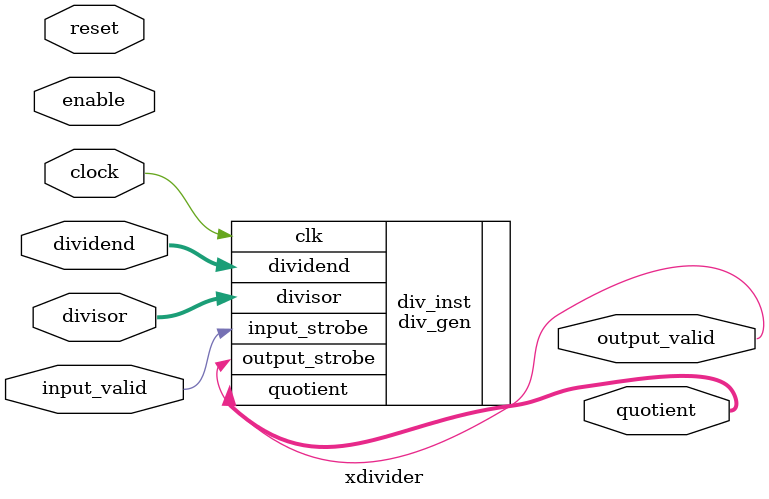
<source format=v>
/*
* xianjun.jiao@imec.be; putaoshu@msn.com
* DELAY: 36 cycles -- this is old parameter
* The new div_gen 5.x allow the valid signal, auto delay or manual delay config
*/
module xdivider (
    input clock,
    input reset,
    input enable,

    input signed [31:0] dividend,
    input signed [23:0] divisor,
    input input_valid,

    output signed [31:0] quotient,
    output output_valid
);

div_gen div_inst (
    .clk(clock),
    .dividend(dividend),
    .divisor(divisor),
    .input_strobe(input_valid),
    .output_strobe(output_valid),
    .quotient(quotient)
);

endmodule

</source>
